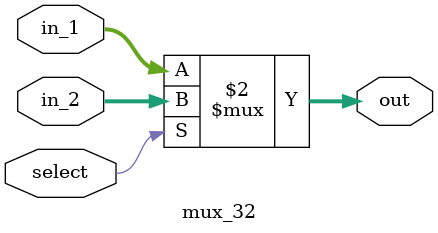
<source format=v>
module mux_32(
  output [31:0] out,
  input [31:0] in_1, in_2,
  input select
);
 assign out = (select == 1'b1)? in_2 : in_1;

endmodule 
</source>
